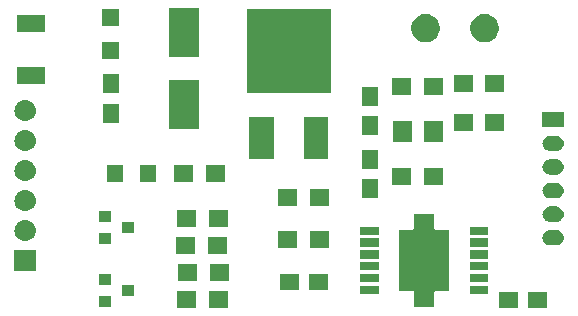
<source format=gbr>
G04 #@! TF.GenerationSoftware,KiCad,Pcbnew,(5.1.0)-1*
G04 #@! TF.CreationDate,2019-04-29T13:19:32-04:00*
G04 #@! TF.ProjectId,ifx9201sg-h-bridge-board,69667839-3230-4317-9367-2d682d627269,--*
G04 #@! TF.SameCoordinates,Original*
G04 #@! TF.FileFunction,Soldermask,Top*
G04 #@! TF.FilePolarity,Negative*
%FSLAX46Y46*%
G04 Gerber Fmt 4.6, Leading zero omitted, Abs format (unit mm)*
G04 Created by KiCad (PCBNEW (5.1.0)-1) date 2019-04-29 13:19:32*
%MOMM*%
%LPD*%
G04 APERTURE LIST*
%ADD10C,0.100000*%
G04 APERTURE END LIST*
D10*
G36*
X145200000Y-117033000D02*
G01*
X143598000Y-117033000D01*
X143598000Y-115631000D01*
X145200000Y-115631000D01*
X145200000Y-117033000D01*
X145200000Y-117033000D01*
G37*
G36*
X142500000Y-117033000D02*
G01*
X140898000Y-117033000D01*
X140898000Y-115631000D01*
X142500000Y-115631000D01*
X142500000Y-117033000D01*
X142500000Y-117033000D01*
G37*
G36*
X169711000Y-117008000D02*
G01*
X168109000Y-117008000D01*
X168109000Y-115656000D01*
X169711000Y-115656000D01*
X169711000Y-117008000D01*
X169711000Y-117008000D01*
G37*
G36*
X172211000Y-117008000D02*
G01*
X170609000Y-117008000D01*
X170609000Y-115656000D01*
X172211000Y-115656000D01*
X172211000Y-117008000D01*
X172211000Y-117008000D01*
G37*
G36*
X135264000Y-116971000D02*
G01*
X134262000Y-116971000D01*
X134262000Y-116069000D01*
X135264000Y-116069000D01*
X135264000Y-116971000D01*
X135264000Y-116971000D01*
G37*
G36*
X162649000Y-110278601D02*
G01*
X162651402Y-110302987D01*
X162658515Y-110326436D01*
X162670066Y-110348047D01*
X162685611Y-110366989D01*
X162704553Y-110382534D01*
X162726164Y-110394085D01*
X162749613Y-110401198D01*
X162773999Y-110403600D01*
X163949000Y-110403600D01*
X163949000Y-115605600D01*
X162773999Y-115605600D01*
X162749613Y-115608002D01*
X162726164Y-115615115D01*
X162704553Y-115626666D01*
X162685611Y-115642211D01*
X162670066Y-115661153D01*
X162658515Y-115682764D01*
X162651402Y-115706213D01*
X162649000Y-115730599D01*
X162649000Y-116955600D01*
X160947000Y-116955600D01*
X160947000Y-115730599D01*
X160944598Y-115706213D01*
X160937485Y-115682764D01*
X160925934Y-115661153D01*
X160910389Y-115642211D01*
X160891447Y-115626666D01*
X160869836Y-115615115D01*
X160846387Y-115608002D01*
X160822001Y-115605600D01*
X159647000Y-115605600D01*
X159647000Y-110403600D01*
X160822001Y-110403600D01*
X160846387Y-110401198D01*
X160869836Y-110394085D01*
X160891447Y-110382534D01*
X160910389Y-110366989D01*
X160925934Y-110348047D01*
X160937485Y-110326436D01*
X160944598Y-110302987D01*
X160947000Y-110278601D01*
X160947000Y-109053600D01*
X162649000Y-109053600D01*
X162649000Y-110278601D01*
X162649000Y-110278601D01*
G37*
G36*
X137264000Y-116021000D02*
G01*
X136262000Y-116021000D01*
X136262000Y-115119000D01*
X137264000Y-115119000D01*
X137264000Y-116021000D01*
X137264000Y-116021000D01*
G37*
G36*
X167249000Y-115855600D02*
G01*
X165647000Y-115855600D01*
X165647000Y-115153600D01*
X167249000Y-115153600D01*
X167249000Y-115855600D01*
X167249000Y-115855600D01*
G37*
G36*
X157949000Y-115855600D02*
G01*
X156347000Y-115855600D01*
X156347000Y-115153600D01*
X157949000Y-115153600D01*
X157949000Y-115855600D01*
X157949000Y-115855600D01*
G37*
G36*
X151189000Y-115484000D02*
G01*
X149587000Y-115484000D01*
X149587000Y-114132000D01*
X151189000Y-114132000D01*
X151189000Y-115484000D01*
X151189000Y-115484000D01*
G37*
G36*
X153689000Y-115484000D02*
G01*
X152087000Y-115484000D01*
X152087000Y-114132000D01*
X153689000Y-114132000D01*
X153689000Y-115484000D01*
X153689000Y-115484000D01*
G37*
G36*
X135264000Y-115071000D02*
G01*
X134262000Y-115071000D01*
X134262000Y-114169000D01*
X135264000Y-114169000D01*
X135264000Y-115071000D01*
X135264000Y-115071000D01*
G37*
G36*
X157949000Y-114855600D02*
G01*
X156347000Y-114855600D01*
X156347000Y-114153600D01*
X157949000Y-114153600D01*
X157949000Y-114855600D01*
X157949000Y-114855600D01*
G37*
G36*
X167249000Y-114855600D02*
G01*
X165647000Y-114855600D01*
X165647000Y-114153600D01*
X167249000Y-114153600D01*
X167249000Y-114855600D01*
X167249000Y-114855600D01*
G37*
G36*
X145280000Y-114747000D02*
G01*
X143678000Y-114747000D01*
X143678000Y-113345000D01*
X145280000Y-113345000D01*
X145280000Y-114747000D01*
X145280000Y-114747000D01*
G37*
G36*
X142580000Y-114747000D02*
G01*
X140978000Y-114747000D01*
X140978000Y-113345000D01*
X142580000Y-113345000D01*
X142580000Y-114747000D01*
X142580000Y-114747000D01*
G37*
G36*
X128917000Y-113931000D02*
G01*
X127115000Y-113931000D01*
X127115000Y-112129000D01*
X128917000Y-112129000D01*
X128917000Y-113931000D01*
X128917000Y-113931000D01*
G37*
G36*
X167249000Y-113855600D02*
G01*
X165647000Y-113855600D01*
X165647000Y-113153600D01*
X167249000Y-113153600D01*
X167249000Y-113855600D01*
X167249000Y-113855600D01*
G37*
G36*
X157949000Y-113855600D02*
G01*
X156347000Y-113855600D01*
X156347000Y-113153600D01*
X157949000Y-113153600D01*
X157949000Y-113855600D01*
X157949000Y-113855600D01*
G37*
G36*
X167249000Y-112855600D02*
G01*
X165647000Y-112855600D01*
X165647000Y-112153600D01*
X167249000Y-112153600D01*
X167249000Y-112855600D01*
X167249000Y-112855600D01*
G37*
G36*
X157949000Y-112855600D02*
G01*
X156347000Y-112855600D01*
X156347000Y-112153600D01*
X157949000Y-112153600D01*
X157949000Y-112855600D01*
X157949000Y-112855600D01*
G37*
G36*
X145106000Y-112461000D02*
G01*
X143504000Y-112461000D01*
X143504000Y-111059000D01*
X145106000Y-111059000D01*
X145106000Y-112461000D01*
X145106000Y-112461000D01*
G37*
G36*
X142406000Y-112461000D02*
G01*
X140804000Y-112461000D01*
X140804000Y-111059000D01*
X142406000Y-111059000D01*
X142406000Y-112461000D01*
X142406000Y-112461000D01*
G37*
G36*
X153709000Y-111953000D02*
G01*
X152107000Y-111953000D01*
X152107000Y-110551000D01*
X153709000Y-110551000D01*
X153709000Y-111953000D01*
X153709000Y-111953000D01*
G37*
G36*
X151009000Y-111953000D02*
G01*
X149407000Y-111953000D01*
X149407000Y-110551000D01*
X151009000Y-110551000D01*
X151009000Y-111953000D01*
X151009000Y-111953000D01*
G37*
G36*
X157949000Y-111855600D02*
G01*
X156347000Y-111855600D01*
X156347000Y-111153600D01*
X157949000Y-111153600D01*
X157949000Y-111855600D01*
X157949000Y-111855600D01*
G37*
G36*
X167249000Y-111855600D02*
G01*
X165647000Y-111855600D01*
X165647000Y-111153600D01*
X167249000Y-111153600D01*
X167249000Y-111855600D01*
X167249000Y-111855600D01*
G37*
G36*
X173033855Y-110444140D02*
G01*
X173097618Y-110450420D01*
X173188404Y-110477960D01*
X173220336Y-110487646D01*
X173333425Y-110548094D01*
X173432554Y-110629446D01*
X173513906Y-110728575D01*
X173574354Y-110841664D01*
X173574355Y-110841668D01*
X173611580Y-110964382D01*
X173624149Y-111092000D01*
X173611580Y-111219618D01*
X173604554Y-111242778D01*
X173574354Y-111342336D01*
X173513906Y-111455425D01*
X173432554Y-111554554D01*
X173333425Y-111635906D01*
X173220336Y-111696354D01*
X173188404Y-111706040D01*
X173097618Y-111733580D01*
X173033855Y-111739860D01*
X173001974Y-111743000D01*
X172438026Y-111743000D01*
X172406145Y-111739860D01*
X172342382Y-111733580D01*
X172251596Y-111706040D01*
X172219664Y-111696354D01*
X172106575Y-111635906D01*
X172007446Y-111554554D01*
X171926094Y-111455425D01*
X171865646Y-111342336D01*
X171835446Y-111242778D01*
X171828420Y-111219618D01*
X171815851Y-111092000D01*
X171828420Y-110964382D01*
X171865645Y-110841668D01*
X171865646Y-110841664D01*
X171926094Y-110728575D01*
X172007446Y-110629446D01*
X172106575Y-110548094D01*
X172219664Y-110487646D01*
X172251596Y-110477960D01*
X172342382Y-110450420D01*
X172406145Y-110444140D01*
X172438026Y-110441000D01*
X173001974Y-110441000D01*
X173033855Y-110444140D01*
X173033855Y-110444140D01*
G37*
G36*
X135264000Y-111637000D02*
G01*
X134262000Y-111637000D01*
X134262000Y-110735000D01*
X135264000Y-110735000D01*
X135264000Y-111637000D01*
X135264000Y-111637000D01*
G37*
G36*
X128126442Y-109595518D02*
G01*
X128192627Y-109602037D01*
X128362466Y-109653557D01*
X128518991Y-109737222D01*
X128526031Y-109743000D01*
X128656186Y-109849814D01*
X128739448Y-109951271D01*
X128768778Y-109987009D01*
X128852443Y-110143534D01*
X128903963Y-110313373D01*
X128921359Y-110490000D01*
X128903963Y-110666627D01*
X128885171Y-110728575D01*
X128852442Y-110836468D01*
X128842216Y-110855600D01*
X128768778Y-110992991D01*
X128739448Y-111028729D01*
X128656186Y-111130186D01*
X128554729Y-111213448D01*
X128518991Y-111242778D01*
X128362466Y-111326443D01*
X128192627Y-111377963D01*
X128126443Y-111384481D01*
X128060260Y-111391000D01*
X127971740Y-111391000D01*
X127905557Y-111384481D01*
X127839373Y-111377963D01*
X127669534Y-111326443D01*
X127513009Y-111242778D01*
X127477271Y-111213448D01*
X127375814Y-111130186D01*
X127292552Y-111028729D01*
X127263222Y-110992991D01*
X127189784Y-110855600D01*
X127179558Y-110836468D01*
X127146829Y-110728575D01*
X127128037Y-110666627D01*
X127110641Y-110490000D01*
X127128037Y-110313373D01*
X127179557Y-110143534D01*
X127263222Y-109987009D01*
X127292552Y-109951271D01*
X127375814Y-109849814D01*
X127505969Y-109743000D01*
X127513009Y-109737222D01*
X127669534Y-109653557D01*
X127839373Y-109602037D01*
X127905558Y-109595518D01*
X127971740Y-109589000D01*
X128060260Y-109589000D01*
X128126442Y-109595518D01*
X128126442Y-109595518D01*
G37*
G36*
X157949000Y-110855600D02*
G01*
X156347000Y-110855600D01*
X156347000Y-110153600D01*
X157949000Y-110153600D01*
X157949000Y-110855600D01*
X157949000Y-110855600D01*
G37*
G36*
X167249000Y-110855600D02*
G01*
X165647000Y-110855600D01*
X165647000Y-110153600D01*
X167249000Y-110153600D01*
X167249000Y-110855600D01*
X167249000Y-110855600D01*
G37*
G36*
X137264000Y-110687000D02*
G01*
X136262000Y-110687000D01*
X136262000Y-109785000D01*
X137264000Y-109785000D01*
X137264000Y-110687000D01*
X137264000Y-110687000D01*
G37*
G36*
X145200000Y-110175000D02*
G01*
X143598000Y-110175000D01*
X143598000Y-108773000D01*
X145200000Y-108773000D01*
X145200000Y-110175000D01*
X145200000Y-110175000D01*
G37*
G36*
X142500000Y-110175000D02*
G01*
X140898000Y-110175000D01*
X140898000Y-108773000D01*
X142500000Y-108773000D01*
X142500000Y-110175000D01*
X142500000Y-110175000D01*
G37*
G36*
X173033855Y-108444140D02*
G01*
X173097618Y-108450420D01*
X173188404Y-108477960D01*
X173220336Y-108487646D01*
X173333425Y-108548094D01*
X173432554Y-108629446D01*
X173513906Y-108728575D01*
X173574354Y-108841664D01*
X173574355Y-108841668D01*
X173611580Y-108964382D01*
X173624149Y-109092000D01*
X173611580Y-109219618D01*
X173584040Y-109310404D01*
X173574354Y-109342336D01*
X173513906Y-109455425D01*
X173432554Y-109554554D01*
X173333425Y-109635906D01*
X173220336Y-109696354D01*
X173188404Y-109706040D01*
X173097618Y-109733580D01*
X173033855Y-109739860D01*
X173001974Y-109743000D01*
X172438026Y-109743000D01*
X172406145Y-109739860D01*
X172342382Y-109733580D01*
X172251596Y-109706040D01*
X172219664Y-109696354D01*
X172106575Y-109635906D01*
X172007446Y-109554554D01*
X171926094Y-109455425D01*
X171865646Y-109342336D01*
X171855960Y-109310404D01*
X171828420Y-109219618D01*
X171815851Y-109092000D01*
X171828420Y-108964382D01*
X171865645Y-108841668D01*
X171865646Y-108841664D01*
X171926094Y-108728575D01*
X172007446Y-108629446D01*
X172106575Y-108548094D01*
X172219664Y-108487646D01*
X172251596Y-108477960D01*
X172342382Y-108450420D01*
X172406145Y-108444140D01*
X172438026Y-108441000D01*
X173001974Y-108441000D01*
X173033855Y-108444140D01*
X173033855Y-108444140D01*
G37*
G36*
X135264000Y-109737000D02*
G01*
X134262000Y-109737000D01*
X134262000Y-108835000D01*
X135264000Y-108835000D01*
X135264000Y-109737000D01*
X135264000Y-109737000D01*
G37*
G36*
X128126442Y-107055518D02*
G01*
X128192627Y-107062037D01*
X128362466Y-107113557D01*
X128518991Y-107197222D01*
X128546278Y-107219616D01*
X128656186Y-107309814D01*
X128739448Y-107411271D01*
X128768778Y-107447009D01*
X128852443Y-107603534D01*
X128903963Y-107773373D01*
X128921359Y-107950000D01*
X128903963Y-108126627D01*
X128852443Y-108296466D01*
X128768778Y-108452991D01*
X128740338Y-108487645D01*
X128656186Y-108590186D01*
X128554729Y-108673448D01*
X128518991Y-108702778D01*
X128362466Y-108786443D01*
X128192627Y-108837963D01*
X128126442Y-108844482D01*
X128060260Y-108851000D01*
X127971740Y-108851000D01*
X127905558Y-108844482D01*
X127839373Y-108837963D01*
X127669534Y-108786443D01*
X127513009Y-108702778D01*
X127477271Y-108673448D01*
X127375814Y-108590186D01*
X127291662Y-108487645D01*
X127263222Y-108452991D01*
X127179557Y-108296466D01*
X127128037Y-108126627D01*
X127110641Y-107950000D01*
X127128037Y-107773373D01*
X127179557Y-107603534D01*
X127263222Y-107447009D01*
X127292552Y-107411271D01*
X127375814Y-107309814D01*
X127485722Y-107219616D01*
X127513009Y-107197222D01*
X127669534Y-107113557D01*
X127839373Y-107062037D01*
X127905558Y-107055518D01*
X127971740Y-107049000D01*
X128060260Y-107049000D01*
X128126442Y-107055518D01*
X128126442Y-107055518D01*
G37*
G36*
X153709000Y-108397000D02*
G01*
X152107000Y-108397000D01*
X152107000Y-106995000D01*
X153709000Y-106995000D01*
X153709000Y-108397000D01*
X153709000Y-108397000D01*
G37*
G36*
X151009000Y-108397000D02*
G01*
X149407000Y-108397000D01*
X149407000Y-106995000D01*
X151009000Y-106995000D01*
X151009000Y-108397000D01*
X151009000Y-108397000D01*
G37*
G36*
X173033855Y-106444140D02*
G01*
X173097618Y-106450420D01*
X173188404Y-106477960D01*
X173220336Y-106487646D01*
X173333425Y-106548094D01*
X173432554Y-106629446D01*
X173513906Y-106728575D01*
X173574354Y-106841664D01*
X173574355Y-106841668D01*
X173611580Y-106964382D01*
X173624149Y-107092000D01*
X173611580Y-107219618D01*
X173584219Y-107309814D01*
X173574354Y-107342336D01*
X173513906Y-107455425D01*
X173432554Y-107554554D01*
X173333425Y-107635906D01*
X173220336Y-107696354D01*
X173188404Y-107706040D01*
X173097618Y-107733580D01*
X173033855Y-107739860D01*
X173001974Y-107743000D01*
X172438026Y-107743000D01*
X172406145Y-107739860D01*
X172342382Y-107733580D01*
X172251596Y-107706040D01*
X172219664Y-107696354D01*
X172106575Y-107635906D01*
X172007446Y-107554554D01*
X171926094Y-107455425D01*
X171865646Y-107342336D01*
X171855781Y-107309814D01*
X171828420Y-107219618D01*
X171815851Y-107092000D01*
X171828420Y-106964382D01*
X171865645Y-106841668D01*
X171865646Y-106841664D01*
X171926094Y-106728575D01*
X172007446Y-106629446D01*
X172106575Y-106548094D01*
X172219664Y-106487646D01*
X172251596Y-106477960D01*
X172342382Y-106450420D01*
X172406145Y-106444140D01*
X172438026Y-106441000D01*
X173001974Y-106441000D01*
X173033855Y-106444140D01*
X173033855Y-106444140D01*
G37*
G36*
X157902000Y-107735000D02*
G01*
X156550000Y-107735000D01*
X156550000Y-106133000D01*
X157902000Y-106133000D01*
X157902000Y-107735000D01*
X157902000Y-107735000D01*
G37*
G36*
X163361000Y-106619000D02*
G01*
X161759000Y-106619000D01*
X161759000Y-105217000D01*
X163361000Y-105217000D01*
X163361000Y-106619000D01*
X163361000Y-106619000D01*
G37*
G36*
X160661000Y-106619000D02*
G01*
X159059000Y-106619000D01*
X159059000Y-105217000D01*
X160661000Y-105217000D01*
X160661000Y-106619000D01*
X160661000Y-106619000D01*
G37*
G36*
X144946000Y-106365000D02*
G01*
X143344000Y-106365000D01*
X143344000Y-104963000D01*
X144946000Y-104963000D01*
X144946000Y-106365000D01*
X144946000Y-106365000D01*
G37*
G36*
X136331000Y-106365000D02*
G01*
X134929000Y-106365000D01*
X134929000Y-104963000D01*
X136331000Y-104963000D01*
X136331000Y-106365000D01*
X136331000Y-106365000D01*
G37*
G36*
X139131000Y-106365000D02*
G01*
X137729000Y-106365000D01*
X137729000Y-104963000D01*
X139131000Y-104963000D01*
X139131000Y-106365000D01*
X139131000Y-106365000D01*
G37*
G36*
X142246000Y-106365000D02*
G01*
X140644000Y-106365000D01*
X140644000Y-104963000D01*
X142246000Y-104963000D01*
X142246000Y-106365000D01*
X142246000Y-106365000D01*
G37*
G36*
X128126443Y-104515519D02*
G01*
X128192627Y-104522037D01*
X128362466Y-104573557D01*
X128518991Y-104657222D01*
X128554729Y-104686552D01*
X128656186Y-104769814D01*
X128715154Y-104841668D01*
X128768778Y-104907009D01*
X128852443Y-105063534D01*
X128903963Y-105233373D01*
X128921359Y-105410000D01*
X128903963Y-105586627D01*
X128852443Y-105756466D01*
X128768778Y-105912991D01*
X128739448Y-105948729D01*
X128656186Y-106050186D01*
X128555275Y-106133000D01*
X128518991Y-106162778D01*
X128362466Y-106246443D01*
X128192627Y-106297963D01*
X128126442Y-106304482D01*
X128060260Y-106311000D01*
X127971740Y-106311000D01*
X127905558Y-106304482D01*
X127839373Y-106297963D01*
X127669534Y-106246443D01*
X127513009Y-106162778D01*
X127476725Y-106133000D01*
X127375814Y-106050186D01*
X127292552Y-105948729D01*
X127263222Y-105912991D01*
X127179557Y-105756466D01*
X127128037Y-105586627D01*
X127110641Y-105410000D01*
X127128037Y-105233373D01*
X127179557Y-105063534D01*
X127263222Y-104907009D01*
X127316846Y-104841668D01*
X127375814Y-104769814D01*
X127477271Y-104686552D01*
X127513009Y-104657222D01*
X127669534Y-104573557D01*
X127839373Y-104522037D01*
X127905557Y-104515519D01*
X127971740Y-104509000D01*
X128060260Y-104509000D01*
X128126443Y-104515519D01*
X128126443Y-104515519D01*
G37*
G36*
X173033855Y-104444140D02*
G01*
X173097618Y-104450420D01*
X173188404Y-104477960D01*
X173220336Y-104487646D01*
X173333425Y-104548094D01*
X173432554Y-104629446D01*
X173513906Y-104728575D01*
X173574354Y-104841664D01*
X173574355Y-104841668D01*
X173611580Y-104964382D01*
X173624149Y-105092000D01*
X173611580Y-105219618D01*
X173584040Y-105310404D01*
X173574354Y-105342336D01*
X173513906Y-105455425D01*
X173432554Y-105554554D01*
X173333425Y-105635906D01*
X173220336Y-105696354D01*
X173188404Y-105706040D01*
X173097618Y-105733580D01*
X173033855Y-105739860D01*
X173001974Y-105743000D01*
X172438026Y-105743000D01*
X172406145Y-105739860D01*
X172342382Y-105733580D01*
X172251596Y-105706040D01*
X172219664Y-105696354D01*
X172106575Y-105635906D01*
X172007446Y-105554554D01*
X171926094Y-105455425D01*
X171865646Y-105342336D01*
X171855960Y-105310404D01*
X171828420Y-105219618D01*
X171815851Y-105092000D01*
X171828420Y-104964382D01*
X171865645Y-104841668D01*
X171865646Y-104841664D01*
X171926094Y-104728575D01*
X172007446Y-104629446D01*
X172106575Y-104548094D01*
X172219664Y-104487646D01*
X172251596Y-104477960D01*
X172342382Y-104450420D01*
X172406145Y-104444140D01*
X172438026Y-104441000D01*
X173001974Y-104441000D01*
X173033855Y-104444140D01*
X173033855Y-104444140D01*
G37*
G36*
X157902000Y-105235000D02*
G01*
X156550000Y-105235000D01*
X156550000Y-103633000D01*
X157902000Y-103633000D01*
X157902000Y-105235000D01*
X157902000Y-105235000D01*
G37*
G36*
X149119000Y-104451000D02*
G01*
X147017000Y-104451000D01*
X147017000Y-100849000D01*
X149119000Y-100849000D01*
X149119000Y-104451000D01*
X149119000Y-104451000D01*
G37*
G36*
X153699000Y-104451000D02*
G01*
X151597000Y-104451000D01*
X151597000Y-100849000D01*
X153699000Y-100849000D01*
X153699000Y-104451000D01*
X153699000Y-104451000D01*
G37*
G36*
X128126442Y-101975518D02*
G01*
X128192627Y-101982037D01*
X128362466Y-102033557D01*
X128518991Y-102117222D01*
X128554729Y-102146552D01*
X128656186Y-102229814D01*
X128739448Y-102331271D01*
X128768778Y-102367009D01*
X128852443Y-102523534D01*
X128903963Y-102693373D01*
X128921359Y-102870000D01*
X128903963Y-103046627D01*
X128852443Y-103216466D01*
X128768778Y-103372991D01*
X128739448Y-103408729D01*
X128656186Y-103510186D01*
X128554729Y-103593448D01*
X128518991Y-103622778D01*
X128362466Y-103706443D01*
X128192627Y-103757963D01*
X128126443Y-103764481D01*
X128060260Y-103771000D01*
X127971740Y-103771000D01*
X127905557Y-103764481D01*
X127839373Y-103757963D01*
X127669534Y-103706443D01*
X127513009Y-103622778D01*
X127477271Y-103593448D01*
X127375814Y-103510186D01*
X127292552Y-103408729D01*
X127263222Y-103372991D01*
X127179557Y-103216466D01*
X127128037Y-103046627D01*
X127110641Y-102870000D01*
X127128037Y-102693373D01*
X127179557Y-102523534D01*
X127263222Y-102367009D01*
X127292552Y-102331271D01*
X127375814Y-102229814D01*
X127477271Y-102146552D01*
X127513009Y-102117222D01*
X127669534Y-102033557D01*
X127839373Y-101982037D01*
X127905558Y-101975518D01*
X127971740Y-101969000D01*
X128060260Y-101969000D01*
X128126442Y-101975518D01*
X128126442Y-101975518D01*
G37*
G36*
X173033855Y-102444140D02*
G01*
X173097618Y-102450420D01*
X173188404Y-102477960D01*
X173220336Y-102487646D01*
X173333425Y-102548094D01*
X173432554Y-102629446D01*
X173513906Y-102728575D01*
X173574354Y-102841664D01*
X173574355Y-102841668D01*
X173611580Y-102964382D01*
X173624149Y-103092000D01*
X173611580Y-103219618D01*
X173584040Y-103310404D01*
X173574354Y-103342336D01*
X173513906Y-103455425D01*
X173432554Y-103554554D01*
X173333425Y-103635906D01*
X173220336Y-103696354D01*
X173188404Y-103706040D01*
X173097618Y-103733580D01*
X173033855Y-103739860D01*
X173001974Y-103743000D01*
X172438026Y-103743000D01*
X172406145Y-103739860D01*
X172342382Y-103733580D01*
X172251596Y-103706040D01*
X172219664Y-103696354D01*
X172106575Y-103635906D01*
X172007446Y-103554554D01*
X171926094Y-103455425D01*
X171865646Y-103342336D01*
X171855960Y-103310404D01*
X171828420Y-103219618D01*
X171815851Y-103092000D01*
X171828420Y-102964382D01*
X171865645Y-102841668D01*
X171865646Y-102841664D01*
X171926094Y-102728575D01*
X172007446Y-102629446D01*
X172106575Y-102548094D01*
X172219664Y-102487646D01*
X172251596Y-102477960D01*
X172342382Y-102450420D01*
X172406145Y-102444140D01*
X172438026Y-102441000D01*
X173001974Y-102441000D01*
X173033855Y-102444140D01*
X173033855Y-102444140D01*
G37*
G36*
X163421000Y-103009000D02*
G01*
X161819000Y-103009000D01*
X161819000Y-101207000D01*
X163421000Y-101207000D01*
X163421000Y-103009000D01*
X163421000Y-103009000D01*
G37*
G36*
X160761000Y-103009000D02*
G01*
X159159000Y-103009000D01*
X159159000Y-101207000D01*
X160761000Y-101207000D01*
X160761000Y-103009000D01*
X160761000Y-103009000D01*
G37*
G36*
X157902000Y-102401000D02*
G01*
X156550000Y-102401000D01*
X156550000Y-100799000D01*
X157902000Y-100799000D01*
X157902000Y-102401000D01*
X157902000Y-102401000D01*
G37*
G36*
X168601000Y-102047000D02*
G01*
X166999000Y-102047000D01*
X166999000Y-100645000D01*
X168601000Y-100645000D01*
X168601000Y-102047000D01*
X168601000Y-102047000D01*
G37*
G36*
X165901000Y-102047000D02*
G01*
X164299000Y-102047000D01*
X164299000Y-100645000D01*
X165901000Y-100645000D01*
X165901000Y-102047000D01*
X165901000Y-102047000D01*
G37*
G36*
X142779000Y-101875000D02*
G01*
X140177000Y-101875000D01*
X140177000Y-97773000D01*
X142779000Y-97773000D01*
X142779000Y-101875000D01*
X142779000Y-101875000D01*
G37*
G36*
X173621000Y-101743000D02*
G01*
X171819000Y-101743000D01*
X171819000Y-100441000D01*
X173621000Y-100441000D01*
X173621000Y-101743000D01*
X173621000Y-101743000D01*
G37*
G36*
X135931000Y-101345000D02*
G01*
X134579000Y-101345000D01*
X134579000Y-99743000D01*
X135931000Y-99743000D01*
X135931000Y-101345000D01*
X135931000Y-101345000D01*
G37*
G36*
X128126443Y-99435519D02*
G01*
X128192627Y-99442037D01*
X128362466Y-99493557D01*
X128518991Y-99577222D01*
X128554729Y-99606552D01*
X128656186Y-99689814D01*
X128739448Y-99791271D01*
X128768778Y-99827009D01*
X128852443Y-99983534D01*
X128903963Y-100153373D01*
X128921359Y-100330000D01*
X128903963Y-100506627D01*
X128852443Y-100676466D01*
X128768778Y-100832991D01*
X128739448Y-100868729D01*
X128656186Y-100970186D01*
X128554729Y-101053448D01*
X128518991Y-101082778D01*
X128362466Y-101166443D01*
X128192627Y-101217963D01*
X128126443Y-101224481D01*
X128060260Y-101231000D01*
X127971740Y-101231000D01*
X127905558Y-101224482D01*
X127839373Y-101217963D01*
X127669534Y-101166443D01*
X127513009Y-101082778D01*
X127477271Y-101053448D01*
X127375814Y-100970186D01*
X127292552Y-100868729D01*
X127263222Y-100832991D01*
X127179557Y-100676466D01*
X127128037Y-100506627D01*
X127110641Y-100330000D01*
X127128037Y-100153373D01*
X127179557Y-99983534D01*
X127263222Y-99827009D01*
X127292552Y-99791271D01*
X127375814Y-99689814D01*
X127477271Y-99606552D01*
X127513009Y-99577222D01*
X127669534Y-99493557D01*
X127839373Y-99442037D01*
X127905558Y-99435518D01*
X127971740Y-99429000D01*
X128060260Y-99429000D01*
X128126443Y-99435519D01*
X128126443Y-99435519D01*
G37*
G36*
X157902000Y-99901000D02*
G01*
X156550000Y-99901000D01*
X156550000Y-98299000D01*
X157902000Y-98299000D01*
X157902000Y-99901000D01*
X157902000Y-99901000D01*
G37*
G36*
X160661000Y-98999000D02*
G01*
X159059000Y-98999000D01*
X159059000Y-97597000D01*
X160661000Y-97597000D01*
X160661000Y-98999000D01*
X160661000Y-98999000D01*
G37*
G36*
X163361000Y-98999000D02*
G01*
X161759000Y-98999000D01*
X161759000Y-97597000D01*
X163361000Y-97597000D01*
X163361000Y-98999000D01*
X163361000Y-98999000D01*
G37*
G36*
X135931000Y-98845000D02*
G01*
X134579000Y-98845000D01*
X134579000Y-97243000D01*
X135931000Y-97243000D01*
X135931000Y-98845000D01*
X135931000Y-98845000D01*
G37*
G36*
X153919000Y-98801000D02*
G01*
X146817000Y-98801000D01*
X146817000Y-91699000D01*
X153919000Y-91699000D01*
X153919000Y-98801000D01*
X153919000Y-98801000D01*
G37*
G36*
X165901000Y-98745000D02*
G01*
X164299000Y-98745000D01*
X164299000Y-97343000D01*
X165901000Y-97343000D01*
X165901000Y-98745000D01*
X165901000Y-98745000D01*
G37*
G36*
X168601000Y-98745000D02*
G01*
X166999000Y-98745000D01*
X166999000Y-97343000D01*
X168601000Y-97343000D01*
X168601000Y-98745000D01*
X168601000Y-98745000D01*
G37*
G36*
X129674820Y-98114050D02*
G01*
X127373180Y-98114050D01*
X127373180Y-96612510D01*
X129674820Y-96612510D01*
X129674820Y-98114050D01*
X129674820Y-98114050D01*
G37*
G36*
X135956000Y-95951000D02*
G01*
X134554000Y-95951000D01*
X134554000Y-94549000D01*
X135956000Y-94549000D01*
X135956000Y-95951000D01*
X135956000Y-95951000D01*
G37*
G36*
X142779000Y-95775000D02*
G01*
X140177000Y-95775000D01*
X140177000Y-91673000D01*
X142779000Y-91673000D01*
X142779000Y-95775000D01*
X142779000Y-95775000D01*
G37*
G36*
X167275318Y-92190153D02*
G01*
X167493885Y-92280687D01*
X167493887Y-92280688D01*
X167690593Y-92412122D01*
X167857878Y-92579407D01*
X167989312Y-92776113D01*
X167989313Y-92776115D01*
X168079847Y-92994682D01*
X168126000Y-93226710D01*
X168126000Y-93463290D01*
X168079847Y-93695318D01*
X167989313Y-93913885D01*
X167989312Y-93913887D01*
X167857878Y-94110593D01*
X167690593Y-94277878D01*
X167493887Y-94409312D01*
X167493886Y-94409313D01*
X167493885Y-94409313D01*
X167275318Y-94499847D01*
X167043290Y-94546000D01*
X166806710Y-94546000D01*
X166574682Y-94499847D01*
X166356115Y-94409313D01*
X166356114Y-94409313D01*
X166356113Y-94409312D01*
X166159407Y-94277878D01*
X165992122Y-94110593D01*
X165860688Y-93913887D01*
X165860687Y-93913885D01*
X165770153Y-93695318D01*
X165724000Y-93463290D01*
X165724000Y-93226710D01*
X165770153Y-92994682D01*
X165860687Y-92776115D01*
X165860688Y-92776113D01*
X165992122Y-92579407D01*
X166159407Y-92412122D01*
X166356113Y-92280688D01*
X166356115Y-92280687D01*
X166574682Y-92190153D01*
X166806710Y-92144000D01*
X167043290Y-92144000D01*
X167275318Y-92190153D01*
X167275318Y-92190153D01*
G37*
G36*
X162275318Y-92190153D02*
G01*
X162493885Y-92280687D01*
X162493887Y-92280688D01*
X162690593Y-92412122D01*
X162857878Y-92579407D01*
X162989312Y-92776113D01*
X162989313Y-92776115D01*
X163079847Y-92994682D01*
X163126000Y-93226710D01*
X163126000Y-93463290D01*
X163079847Y-93695318D01*
X162989313Y-93913885D01*
X162989312Y-93913887D01*
X162857878Y-94110593D01*
X162690593Y-94277878D01*
X162493887Y-94409312D01*
X162493886Y-94409313D01*
X162493885Y-94409313D01*
X162275318Y-94499847D01*
X162043290Y-94546000D01*
X161806710Y-94546000D01*
X161574682Y-94499847D01*
X161356115Y-94409313D01*
X161356114Y-94409313D01*
X161356113Y-94409312D01*
X161159407Y-94277878D01*
X160992122Y-94110593D01*
X160860688Y-93913887D01*
X160860687Y-93913885D01*
X160770153Y-93695318D01*
X160724000Y-93463290D01*
X160724000Y-93226710D01*
X160770153Y-92994682D01*
X160860687Y-92776115D01*
X160860688Y-92776113D01*
X160992122Y-92579407D01*
X161159407Y-92412122D01*
X161356113Y-92280688D01*
X161356115Y-92280687D01*
X161574682Y-92190153D01*
X161806710Y-92144000D01*
X162043290Y-92144000D01*
X162275318Y-92190153D01*
X162275318Y-92190153D01*
G37*
G36*
X129674820Y-93714770D02*
G01*
X127373180Y-93714770D01*
X127373180Y-92213230D01*
X129674820Y-92213230D01*
X129674820Y-93714770D01*
X129674820Y-93714770D01*
G37*
G36*
X135956000Y-93151000D02*
G01*
X134554000Y-93151000D01*
X134554000Y-91749000D01*
X135956000Y-91749000D01*
X135956000Y-93151000D01*
X135956000Y-93151000D01*
G37*
M02*

</source>
